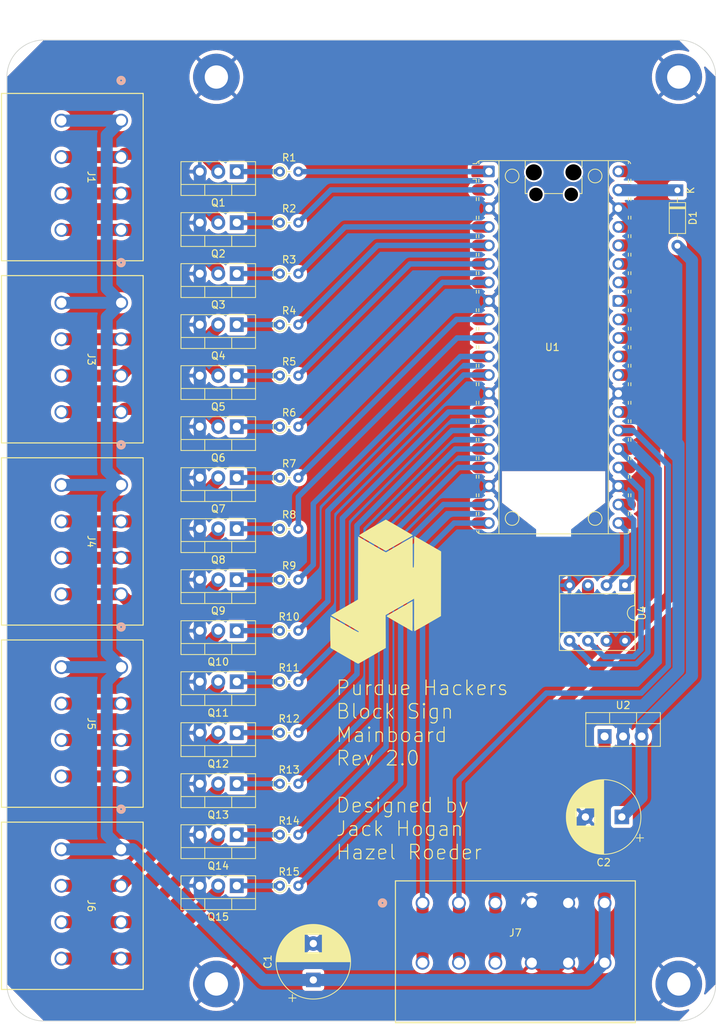
<source format=kicad_pcb>
(kicad_pcb (version 20240108) (generator "pcbnew") (generator_version "8.0")
  (layers (0 "F.Cu" signal) (31 "B.Cu" signal) (34 "B.Paste" user) (35 "F.Paste" user) (36 "B.SilkS" user "B.Silkscreen") (37 "F.SilkS" user "F.Silkscreen") (38 "B.Mask" user) (39 "F.Mask" user) (44 "Edge.Cuts" user))
  (net 0 "")
  (net 1 "GND")
  (net 9 "Net-(Q1-G)")
  (net 10 "Net-(Q2-G)")
  (net 11 "Net-(Q3-G)")
  (net 12 "Net-(Q4-G)")
  (net 13 "Net-(Q5-G)")
  (net 14 "Net-(Q6-G)")
  (net 15 "Net-(Q7-G)")
  (net 16 "Net-(Q8-G)")
  (net 17 "Net-(Q9-G)")
  (net 18 "Net-(Q10-G)")
  (net 19 "Net-(Q11-G)")
  (net 20 "Net-(Q12-G)")
  (net 21 "Net-(Q13-G)")
  (net 22 "Net-(Q14-G)")
  (net 23 "Net-(Q15-G)")
  (net 26 "Net-(D1-A)")
  (net 28 "+12V")
  (net 29 "LED_CENTER_B_GND")
  (net 30 "LED_CENTER_R_GND")
  (net 31 "LED_CENTER_G_GND")
  (net 32 "LED_BOTTOM_LEFT_B_GND")
  (net 33 "LED_BOTTOM_LEFT_R_GND")
  (net 34 "LED_BOTTOM_LEFT_G_GND")
  (net 35 "LED_BOTTOM_RIGHT_B_GND")
  (net 36 "LED_BOTTOM_RIGHT_R_GND")
  (net 37 "LED_BOTTOM_RIGHT_G_GND")
  (net 38 "LED_RIGHT_B_GND")
  (net 39 "LED_RIGHT_R_GND")
  (net 40 "LED_RIGHT_G_GND")
  (net 41 "LED_TOP_B_GND")
  (net 42 "LED_TOP_R_GND")
  (net 43 "LED_TOP_G_GND")
  (net 44 "BUTTON_LED")
  (net 45 "BUTTON_SWITCH")
  (net 46 "+3.3V")
  (net 47 "LED_CENTER_R_SIG")
  (net 48 "LED_CENTER_G_SIG")
  (net 49 "LED_CENTER_B_SIG")
  (net 50 "LED_BOTTOM_LEFT_R_SIG")
  (net 51 "LED_BOTTOM_LEFT_G_SIG")
  (net 52 "LED_BOTTOM_LEFT_B_SIG")
  (net 53 "LED_BOTTOM_RIGHT_R_SIG")
  (net 54 "LED_BOTTOM_RIGHT_G_SIG")
  (net 55 "LED_BOTTOM_RIGHT_B_SIG")
  (net 56 "LED_RIGHT_R_SIG")
  (net 57 "LED_RIGHT_G_SIG")
  (net 58 "LED_RIGHT_B_SIG")
  (net 59 "LED_TOP_R_SIG")
  (net 60 "LED_TOP_G_SIG")
  (net 61 "LED_TOP_B_SIG")
  (net 62 "EEPROM_MISO")
  (net 63 "EEPROM_CS")
  (net 64 "EEPROM_SCK")
  (net 65 "EEPROM_MOSI")
  (net 66 "RP2040_VSYS")
  (footprint "Resistor_THT:R_Axial_DIN0204_L3.6mm_D1.6mm_P2.54mm_Vertical" (layer "F.Cu") (at 90 46.000001)
    (property "Reference" "R1")
    (property "Value" "R")
  )
  (footprint "Package_TO_SOT_THT:TO-220-3_Vertical" (layer "F.Cu") (at 84.08 88.000001 180)
    (property "Reference" "Q7")
    (property "Value" "Q_NMOS_GDS")
  )
  (footprint "Package_TO_SOT_THT:TO-220-3_Vertical" (layer "F.Cu") (at 84.08 116.000001 180)
    (property "Reference" "Q11")
    (property "Value" "Q_NMOS_GDS")
  )
  (footprint "Resistor_THT:R_Axial_DIN0204_L3.6mm_D1.6mm_P2.54mm_Vertical" (layer "F.Cu") (at 90 67.000001)
    (property "Reference" "R4")
    (property "Value" "R")
  )
  (footprint "Package_TO_SOT_THT:TO-220-3_Vertical" (layer "F.Cu") (at 84.08 53.000001 180)
    (property "Reference" "Q2")
    (property "Value" "Q_NMOS_GDS")
  )
  (footprint "Package_TO_SOT_THT:TO-220-3_Vertical" (layer "F.Cu") (at 84.08 95.000001 180)
    (property "Reference" "Q8")
    (property "Value" "Q_NMOS_GDS")
  )
  (footprint "Package_TO_SOT_THT:TO-220-3_Vertical" (layer "F.Cu") (at 84.08 102.000001 180)
    (property "Reference" "Q9")
    (property "Value" "Q_NMOS_GDS")
  )
  (footprint "Diode_THT:D_DO-35_SOD27_P7.62mm_Horizontal" (layer "F.Cu") (at 144.592102 48.56 -90)
    (property "Reference" "D1")
    (property "Value" "D_Schottky")
  )
  (footprint "Package_TO_SOT_THT:TO-220-3_Vertical" (layer "F.Cu") (at 84.08 74.000001 180)
    (property "Reference" "Q5")
    (property "Value" "Q_NMOS_GDS")
  )
  (footprint "Resistor_THT:R_Axial_DIN0204_L3.6mm_D1.6mm_P2.54mm_Vertical" (layer "F.Cu") (at 90 137.000001)
    (property "Reference" "R14")
    (property "Value" "R")
  )
  (footprint "Local Footprints:CONN_2604-1104_WAG" (layer "F.Cu") (at 68.199999 89 -90)
    (property "Reference" "J4")
    (property "Value" "2604-1104")
  )
  (footprint "" (layer "F.Cu") (at 81.28 33.02)
    (property "Reference" "")
    (property "Value" "")
  )
  (footprint "Resistor_THT:R_Axial_DIN0204_L3.6mm_D1.6mm_P2.54mm_Vertical" (layer "F.Cu") (at 90 60.000001)
    (property "Reference" "R3")
    (property "Value" "R")
  )
  (footprint "" (layer "F.Cu") (at 144.780001 157.480002)
    (property "Reference" "")
    (property "Value" "")
  )
  (footprint "Capacitor_THT:CP_Radial_D10.0mm_P5.00mm" (layer "F.Cu") (at 136.959779 134.56 180)
    (property "Reference" "C2")
    (property "Value" "C_Polarized")
  )
  (footprint "Resistor_THT:R_Axial_DIN0204_L3.6mm_D1.6mm_P2.54mm_Vertical" (layer "F.Cu") (at 90 130.000001)
    (property "Reference" "R13")
    (property "Value" "R")
  )
  (footprint "Package_TO_SOT_THT:TO-220-3_Vertical" (layer "F.Cu") (at 84.08 130.000001 180)
    (property "Reference" "Q13")
    (property "Value" "Q_NMOS_GDS")
  )
  (footprint "Local Footprints:CONN_2604-1104_WAG" (layer "F.Cu") (at 68.199999 39 -90)
    (property "Reference" "J1")
    (property "Value" "2604-1104")
  )
  (footprint "Package_TO_SOT_THT:TO-220-3_Vertical" (layer "F.Cu") (at 84.08 60.000001 180)
    (property "Reference" "Q3")
    (property "Value" "Q_NMOS_GDS")
  )
  (footprint "Resistor_THT:R_Axial_DIN0204_L3.6mm_D1.6mm_P2.54mm_Vertical" (layer "F.Cu") (at 90 102.000001)
    (property "Reference" "R9")
    (property "Value" "R")
  )
  (footprint "Package_TO_SOT_THT:TO-220-3_Vertical" (layer "F.Cu") (at 84.08 46.000001 180)
    (property "Reference" "Q1")
    (property "Value" "Q_NMOS_GDS")
  )
  (footprint "Package_TO_SOT_THT:TO-220-3_Vertical" (layer "F.Cu") (at 84.08 109.000001 180)
    (property "Reference" "Q10")
    (property "Value" "Q_NMOS_GDS")
  )
  (footprint "MountingHole:MountingHole_3.2mm_M3_Pad" (layer "F.Cu") (at 81.28 157.48)
    (property "Reference" "REF**" (hide yes))
    (property "Value" "MountingHole_3.2mm_M3_Pad" (hide yes))
  )
  (footprint "Package_TO_SOT_THT:TO-220-3_Vertical" (layer "F.Cu") (at 84.08 123.000001 180)
    (property "Reference" "Q12")
    (property "Value" "Q_NMOS_GDS")
  )
  (footprint "" (layer "F.Cu") (at 144.78 33.02)
    (property "Reference" "")
    (property "Value" "")
  )
  (footprint "Package_TO_SOT_THT:TO-220-3_Vertical" (layer "F.Cu") (at 84.08 144.000001 180)
    (property "Reference" "Q15")
    (property "Value" "Q_NMOS_GDS")
  )
  (footprint "Local Footprints:CONN_2604-1104_WAG" (layer "F.Cu") (at 68.199999 139.000001 -90)
    (property "Reference" "J6")
    (property "Value" "2604-1104")
  )
  (footprint "Resistor_THT:R_Axial_DIN0204_L3.6mm_D1.6mm_P2.54mm_Vertical" (layer "F.Cu") (at 90 88.000001)
    (property "Reference" "R7")
    (property "Value" "R")
  )
  (footprint "Capacitor_THT:CP_Radial_D10.0mm_P5.00mm" (layer "F.Cu") (at 94.592102 156.927677 90)
    (property "Reference" "C1")
    (property "Value" "C_Polarized")
  )
  (footprint "Package_TO_SOT_THT:TO-220-3_Vertical" (layer "F.Cu") (at 84.08 81.000001 180)
    (property "Reference" "Q6")
    (property "Value" "Q_NMOS_GDS")
  )
  (footprint "Module_RaspberryPi_Pico:RaspberryPi_Pico_Common" (layer "F.Cu") (at 127.592102 70.0975)
    (property "Reference" "U1")
    (property "Value" "RaspberryPi_Pico_W")
  )
  (footprint "Resistor_THT:R_Axial_DIN0204_L3.6mm_D1.6mm_P2.54mm_Vertical" (layer "F.Cu") (at 90 144.000001)
    (property "Reference" "R15")
    (property "Value" "R")
  )
  (footprint "Package_TO_SOT_THT:TO-220-3_Vertical" (layer "F.Cu") (at 84.08 67.000001 180)
    (property "Reference" "Q4")
    (property "Value" "Q_NMOS_GDS")
  )
  (footprint "Package_DIP:DIP-8_W7.62mm_Socket" (layer "F.Cu") (at 137.392102 102.76 -90)
    (property "Reference" "U4")
    (property "Value" "25LCxxx")
  )
  (footprint "Resistor_THT:R_Axial_DIN0204_L3.6mm_D1.6mm_P2.54mm_Vertical" (layer "F.Cu") (at 90 116.000001)
    (property "Reference" "R11")
    (property "Value" "R")
  )
  (footprint "Resistor_THT:R_Axial_DIN0204_L3.6mm_D1.6mm_P2.54mm_Vertical" (layer "F.Cu") (at 90 53.000001)
    (property "Reference" "R2")
    (property "Value" "R")
  )
  (footprint "Resistor_THT:R_Axial_DIN0204_L3.6mm_D1.6mm_P2.54mm_Vertical" (layer "F.Cu") (at 90 74.000001)
    (property "Reference" "R5")
    (property "Value" "R")
  )
  (footprint "Local Footprints:CONN_2604-1106_WAG" (layer "F.Cu") (at 109.592102 146.360001)
    (property "Reference" "J7")
    (property "Value" "2604-1106")
  )
  (footprint "LOGO" (layer "F.Cu") (at 104.592102 103.56)
    (property "Reference" "G***" (hide yes))
    (property "Value" "LOGO" (hide yes))
  )
  (footprint "Resistor_THT:R_Axial_DIN0204_L3.6mm_D1.6mm_P2.54mm_Vertical" (layer "F.Cu") (at 90 81.000001)
    (property "Reference" "R6")
    (property "Value" "R")
  )
  (footprint "Local Footprints:CONN_2604-1104_WAG" (layer "F.Cu") (at 68.199999 114 -90)
    (property "Reference" "J5")
    (property "Value" "2604-1104")
  )
  (footprint "Resistor_THT:R_Axial_DIN0204_L3.6mm_D1.6mm_P2.54mm_Vertical" (layer "F.Cu") (at 90 95.000001)
    (property "Reference" "R8")
    (property "Value" "R")
  )
  (footprint "Local Footprints:CONN_2604-1104_WAG" (layer "F.Cu") (at 68.199999 64 -90)
    (property "Reference" "J3")
    (property "Value" "2604-1104")
  )
  (footprint "Resistor_THT:R_Axial_DIN0204_L3.6mm_D1.6mm_P2.54mm_Vertical" (layer "F.Cu") (at 90 123.000001)
    (property "Reference" "R12")
    (property "Value" "R")
  )
  (footprint "Package_TO_SOT_THT:TO-220-3_Vertical" (layer "F.Cu") (at 134.592102 123.505)
    (property "Reference" "U2")
    (property "Value" "L7805")
  )
  (footprint "Resistor_THT:R_Axial_DIN0204_L3.6mm_D1.6mm_P2.54mm_Vertical" (layer "F.Cu") (at 90 109.000001)
    (property "Reference" "R10")
    (property "Value" "R")
  )
  (footprint "Package_TO_SOT_THT:TO-220-3_Vertical" (layer "F.Cu") (at 84.08 137.000001 180)
    (property "Reference" "Q14")
    (property "Value" "Q_NMOS_GDS")
  )
  (gr_line (start 52.512103 157.480001) (end 52.512102 33.019998) (stroke (width 0.1)) (layer "Edge.Cuts"))
  (gr_line (start 57.592102 27.939998) (end 144.780002 27.939998) (stroke (width 0.1)) (layer "Edge.Cuts"))
  (gr_arc (start 144.780002 27.939998) (mid 148.372104 29.427896) (end 149.860002 33.019998) (stroke (width 0.1)) (layer "Edge.Cuts"))
  (gr_arc (start 52.512102 33.019998) (mid 54 29.427896) (end 57.592102 27.939998) (stroke (width 0.1)) (layer "Edge.Cuts"))
  (gr_line (start 144.78 162.56) (end 57.592102 162.56) (stroke (width 0.1)) (layer "Edge.Cuts"))
  (gr_arc (start 57.592102 162.56) (mid 54 161.072103) (end 52.512103 157.480001) (stroke (width 0.1)) (layer "Edge.Cuts"))
  (gr_arc (start 149.859999 157.480001) (mid 148.372102 161.072103) (end 144.78 162.56) (stroke (width 0.1)) (layer "Edge.Cuts"))
  (gr_line (start 149.860002 157.479998) (end 149.860002 33.019998) (stroke (width 0.1)) (layer "Edge.Cuts"))
  (gr_text "Purdue Hackers\nBlock Sign\nMainboard\nRev 2.0\n\nDesigned by\nJack Hogan\nHazel Roeder" (at 97.592102 140.56 0) (layer "F.SilkS") (effects (font (size 2 2)) (justify left bottom)))
  (segment (start 118.702102 89.1475) (end 117.060454 89.1475) (width 1.651) (layer "F.Cu") (net 1))
  (segment (start 115.276602 61.963648) (end 115.276602 52.831352) (width 1.651) (layer "F.Cu") (net 1))
  (segment (start 139.907602 87.363648) (end 139.907602 77.8755) (width 1.651) (layer "F.Cu") (net 1))
  (segment (start 116.704602 76.4475) (end 118.702102 76.4475) (width 1.651) (layer "F.Cu") (net 1))
  (segment (start 115.276602 87.363648) (end 115.276602 77.8755) (width 1.651) (layer "F.Cu") (net 1))
  (segment (start 138.479602 76.4475) (end 136.482102 76.4475) (width 1.651) (layer "F.Cu") (net 1))
  (segment (start 117.060454 89.1475) (end 115.276602 87.363648) (width 1.651) (layer "F.Cu") (net 1))
  (segment (start 123.052954 102.76) (end 115.276602 94.983648) (width 1.651) (layer "F.Cu") (net 1))
  (segment (start 115.276602 74.663648) (end 115.276602 65.531352) (width 1.651) (layer "F.Cu") (net 1))
  (segment (start 116.689102 89.1475) (end 118.702102 89.1475) (width 1.651) (layer "F.Cu") (net 1))
  (segment (start 138.12375 89.1475) (end 139.907602 87.363648) (width 1.651) (layer "F.Cu") (net 1))
  (segment (start 129.772102 102.76) (end 123.052954 102.76) (width 1.651) (layer "F.Cu") (net 1))
  (segment (start 118.702102 76.4475) (end 117.060454 76.4475) (width 1.651) (layer "F.Cu") (net 1))
  (segment (start 115.276602 94.983648) (end 115.276602 90.56) (width 1.651) (layer "F.Cu") (net 1))
  (segment (start 117.060454 76.4475) (end 115.276602 74.663648) (width 1.651) (layer "F.Cu") (net 1))
  (segment (start 117.060454 51.0475) (end 118.702102 51.0475) (width 1.651) (layer "F.Cu") (net 1))
  (segment (start 139.907602 77.8755) (end 138.479602 76.4475) (width 1.651) (layer "F.Cu") (net 1))
  (segment (start 115.276602 52.831352) (end 117.060454 51.0475) (width 1.651) (layer "F.Cu") (net 1))
  (segment (start 115.276602 77.8755) (end 116.704602 76.4475) (width 1.651) (layer "F.Cu") (net 1))
  (segment (start 118.702102 63.7475) (end 117.060454 63.7475) (width 1.651) (layer "F.Cu") (net 1))
  (segment (start 136.482102 89.1475) (end 138.12375 89.1475) (width 1.651) (layer "F.Cu") (net 1))
  (segment (start 138.12375 89.1475) (end 139.907602 90.931352) (width 1.651) (layer "F.Cu") (net 1))
  (segment (start 115.276602 90.56) (end 116.689102 89.1475) (width 1.651) (layer "F.Cu") (net 1))
  (segment (start 139.907602 90.931352) (end 139.907602 95.122853) (width 1.651) (layer "F.Cu") (net 1))
  (segment (start 134.121455 100.909) (end 131.545393 100.909) (width 1.651) (layer "F.Cu") (net 1))
  (segment (start 117.060454 63.7475) (end 115.276602 61.963648) (width 1.651) (layer "F.Cu") (net 1))
  (segment (start 115.276602 65.531352) (end 117.060454 63.7475) (width 1.651) (layer "F.Cu") (net 1))
  (segment (start 139.907602 95.122853) (end 134.121455 100.909) (width 1.651) (layer "F.Cu") (net 1))
  (segment (start 129.772102 102.682291) (end 129.772102 102.76) (width 1.651) (layer "F.Cu") (net 1))
  (segment (start 131.545393 100.909) (end 129.772102 102.682291) (width 1.651) (layer "F.Cu") (net 1))
  (segment (start 137.132102 122.02) (end 144.741102 114.411) (width 1.651) (layer "B.Cu") (net 1))
  (segment (start 136.523749 51.0475) (end 136.482102 51.0475) (width 1.651) (layer "B.Cu") (net 1))
  (segment (start 124.592103 146.360001) (end 124.592103 154.56) (width 1.651) (layer "B.Cu") (net 1))
  (segment (start 94.592102 151.927677) (end 85.665727 151.927677) (width 1.651) (layer "B.Cu") (net 1))
  (segment (start 137.132102 129.387677) (end 131.959779 134.56) (width 1.651) (layer "B.Cu") (net 1))
  (segment (start 79 145.26195) (end 79 144.000001) (width 1.651) (layer "B.Cu") (net 1))
  (segment (start 129.592103 136.927676) (end 131.959779 134.56) (width 1.651) (layer "B.Cu") (net 1))
  (segment (start 139.592102 74.56) (end 139.592102 54.115853) (width 1.651) (layer "B.Cu") (net 1))
  (segment (start 124.592103 154.56) (end 129.592103 154.56) (width 1.651) (layer "B.Cu") (net 1))
  (segment (start 129.592103 146.360001) (end 124.592103 146.360001) (width 1.651) (layer "B.Cu") (net 1))
  (segment (start 144.741102 83.484) (end 137.704602 76.4475) (width 1.651) (layer "B.Cu") (net 1))
  (segment (start 137.704602 76.4475) (end 136.482102 76.4475) (width 1.651) (layer "B.Cu") (net 1))
  (segment (start 94.592102 151.927677) (end 119.024427 151.927677) (width 1.651) (layer "B.Cu") (net 1))
  (segment (start 79 46.000001) (end 79 144.000001) (width 1.651) (layer "B.Cu") (net 1))
  (segment (start 137.132102 129.387677) (end 137.132102 123.505) (width 1.651) (layer "B.Cu") (net 1))
  (segment (start 137.704602 76.4475) (end 139.592102 74.56) (width 1.651) (layer "B.Cu") (net 1))
  (segment (start 119.024427 151.927677) (end 124.592103 146.360001) (width 1.651) (layer "B.Cu") (net 1))
  (segment (start 137.132102 123.505) (end 137.132102 122.02) (width 1.651) (layer "B.Cu") (net 1))
  (segment (start 144.741102 114.411) (end 144.741102 83.484) (width 1.651) (layer "B.Cu") (net 1))
  (segment (start 85.665727 151.927677) (end 79 145.26195) (width 1.651) (layer "B.Cu") (net 1))
  (segment (start 139.592102 54.115853) (end 136.523749 51.0475) (width 1.651) (layer "B.Cu") (net 1))
  (segment (start 129.592103 146.360001) (end 129.592103 136.927676) (width 1.651) (layer "B.Cu") (net 1))
  (segment (start 129.592103 154.56) (end 129.592103 146.360001) (width 1.651) (layer "B.Cu") (net 1))
  (segment (start 84.08 46.000001) (end 90 46.000001) (width 0.75) (layer "B.Cu") (net 9))
  (segment (start 84.08 53.000001) (end 90 53.000001) (width 0.75) (layer "B.Cu") (net 10))
  (segment (start 84.08 60.000001) (end 90 60.000001) (width 0.75) (layer "B.Cu") (net 11))
  (segment (start 84.08 67.000001) (end 90 67.000001) (width 0.75) (layer "B.Cu") (net 12))
  (segment (start 84.08 74.000001) (end 90 74.000001) (width 0.75) (layer "B.Cu") (net 13))
  (segment (start 84.08 81.000001) (end 90 81.000001) (width 0.75) (layer "B.Cu") (net 14))
  (segment (start 84.08 88.000001) (end 90 88.000001) (width 0.75) (layer "B.Cu") (net 15))
  (segment (start 84.08 95.000001) (end 90 95.000001) (width 0.75) (layer "B.Cu") (net 16))
  (segment (start 84.08 102.000001) (end 90 102.000001) (width 0.75) (layer "B.Cu") (net 17))
  (segment (start 84.08 109.000001) (end 90 109.000001) (width 0.75) (layer "B.Cu") (net 18))
  (segment (start 84.08 116.000001) (end 90 116.000001) (width 0.75) (layer "B.Cu") (net 19))
  (segment (start 84.08 123.000001) (end 90 123.000001) (width 0.75) (layer "B.Cu") (net 20))
  (segment (start 84.08 130.000001) (end 90 130.000001) (width 0.75) (layer "B.Cu") (net 21))
  (segment (start 84.08 137.000001) (end 90 137.000001) (width 0.75) (layer "B.Cu") (net 22))
  (segment (start 84.08 144.000001) (end 90 144.000001) (width 0.75) (layer "B.Cu") (net 23))
  (segment (start 136.959779 134.56) (end 139.672102 131.847677) (width 1.651) (layer "B.Cu") (net 26))
  (segment (start 146.592102 58.18) (end 146.592102 115.17771) (width 1.651) (layer "B.Cu") (net 26))
  (segment (start 139.672102 131.847677) (end 139.672102 123.505) (width 1.651) (layer "B.Cu") (net 26))
  (segment (start 144.592102 56.18) (end 146.592102 58.18) (width 1.651) (layer "B.Cu") (net 26))
  (segment (start 146.592102 115.17771) (end 139.672102 122.09771) (width 1.651) (layer "B.Cu") (net 26))
  (segment (start 139.672102 122.09771) (end 139.672102 123.505) (width 1.651) (layer "B.Cu") (net 26))
  (segment (start 134.592103 146.360001) (end 134.592102 123.505) (width 1.651) (layer "F.Cu") (net 28))
  (segment (start 66.221999 112.022) (end 68.199999 114) (width 1.651) (layer "B.Cu") (net 28))
  (segment (start 134.592103 146.360001) (end 134.592103 154.56) (width 1.651) (layer "B.Cu") (net 28))
  (segment (start 66.221999 87.022) (end 68.199999 89) (width 1.651) (layer "B.Cu") (net 28))
  (segment (start 68.199999 114) (end 60 114) (width 1.651) (layer "B.Cu") (net 28))
  (segment (start 68.199999 39) (end 60 39) (width 1.651) (layer "B.Cu") (net 28))
  (segment (start 68.199999 89) (end 66.221999 90.978) (width 1.651) (layer "B.Cu") (net 28))
  (segment (start 68.199999 114) (end 66.221999 115.978) (width 1.651) (layer "B.Cu") (net 28))
  (segment (start 66.221999 62.022) (end 68.199999 64) (width 1.651) (layer "B.Cu") (net 28))
  (segment (start 68.199999 139.000001) (end 60 139.000001) (width 1.651) (layer "B.Cu") (net 28))
  (segment (start 69.800001 139.000001) (end 87.727677 156.927677) (width 1.651) (layer "B.Cu") (net 28))
  (segment (start 68.199999 64) (end 66.221999 65.978) (width 1.651) (layer "B.Cu") (net 28))
  (segment (start 66.221999 115.978) (end 66.221999 137.022001) (width 1.651) (layer "B.Cu") (net 28))
  (segment (start 66.221999 90.978) (end 66.221999 112.022) (width 1.651) (layer "B.Cu") (net 28))
  (segment (start 68.199999 139.000001) (end 69.800001 139.000001) (width 1.651) (layer "B.Cu") (net 28))
  (segment (start 94.592102 156.927677) (end 132.224426 156.927677) (width 1.651) (layer "B.Cu") (net 28))
  (segment (start 68.199999 39) (end 66.221999 40.978) (width 1.651) (layer "B.Cu") (net 28))
  (segment (start 87.727677 156.927677) (end 94.592102 156.927677) (width 1.651) (layer "B.Cu") (net 28))
  (segment (start 66.221999 65.978) (end 66.221999 87.022) (width 1.651) (layer "B.Cu") (net 28))
  (segment (start 68.199999 89) (end 60 89) (width 1.651) (layer "B.Cu") (net 28))
  (segment (start 132.224426 156.927677) (end 134.592103 154.56) (width 1.651) (layer "B.Cu") (net 28))
  (segment (start 68.199999 64) (end 60 64) (width 1.651) (layer "B.Cu") (net 28))
  (segment (start 66.221999 137.022001) (end 68.199999 139.000001) (width 1.651) (layer "B.Cu") (net 28))
  (segment (start 66.221999 40.978) (end 66.221999 62.022) (width 1.651) (layer "B.Cu") (net 28))
  (segment (start 68.639999 43.56) (end 68.199999 44) (width 1.651) (layer "F.Cu") (net 29))
  (segment (start 81.54 45.695187) (end 79.404813 43.56) (width 1.651) (layer "F.Cu") (net 29))
  (segment (start 79.404813 43.56) (end 68.639999 43.56) (width 1.651) (layer "F.Cu") (net 29))
  (segment (start 68.199999 44) (end 60 44) (width 1.651) (layer "F.Cu") (net 29))
  (segment (start 81.54 46.000001) (end 81.54 45.695187) (width 1.651) (layer "F.Cu") (net 29))
  (segment (start 77.844813 49) (end 68.199999 49) (width 1.651) (layer "F.Cu") (net 30))
  (segment (start 81.54 52.695187) (end 77.844813 49) (width 1.651) (layer "F.Cu") (net 30))
  (segment (start 60 49) (end 68.199999 49) (width 1.651) (layer "F.Cu") (net 30))
  (segment (start 81.54 53.000001) (end 81.54 52.695187) (width 1.651) (layer "F.Cu") (net 30))
  (segment (start 81.54 60.000001) (end 81.54 59.507898) (width 1.651) (layer "F.Cu") (net 31))
  (segment (start 68.199999 54.000001) (end 60 54.000001) (width 1.651) (layer "F.Cu") (net 31))
  (segment (start 76.032103 54.000001) (end 68.199999 54.000001) (width 1.651) (layer "F.Cu") (net 31))
  (segment (start 81.54 59.507898) (end 76.032103 54.000001) (width 1.651) (layer "F.Cu") (net 31))
  (segment (start 60 69) (end 68.199999 69) (width 1.651) (layer "F.Cu") (net 32))
  (segment (start 68.2255 69.025501) (end 68.199999 69) (width 1.651) (layer "F.Cu") (net 32))
  (segment (start 81.54 67.000001) (end 81.54 67.304815) (width 1.651) (layer "F.Cu") (net 32))
  (segment (start 79.819314 69.025501) (end 68.2255 69.025501) (width 1.651) (layer "F.Cu") (net 32))
  (segment (start 81.54 67.304815) (end 79.819314 69.025501) (width 1.651) (layer "F.Cu") (net 32))
  (segment (start 81.54 73.695187) (end 79.404813 71.56) (width 1.651) (layer "F.Cu") (net 33))
  (segment (start 70.639999 71.56) (end 68.199999 74) (width 1.651) (layer "F.Cu") (net 33))
  (segment (start 79.404813 71.56) (end 70.639999 71.56) (width 1.651) (layer "F.Cu") (net 33))
  (segment (start 81.54 74.000001) (end 81.54 73.695187) (width 1.651) (layer "F.Cu") (net 33))
  (segment (start 68.199999 74) (end 60 74) (width 1.651) (layer "F.Cu") (net 33))
  (segment (start 79.592102 78.56) (end 68.64 78.56) (width 1.651) (layer "F.Cu") (net 34))
  (segment (start 68.199999 79.000001) (end 60 79.000001) (width 1.651) (layer "F.Cu") (net 34))
  (segment (start 68.64 78.56) (end 68.199999 79.000001) (width 1.651) (layer "F.Cu") (net 34))
  (segment (start 81.54 80.507898) (end 79.592102 78.56) (width 1.651) (layer "F.Cu") (net 34))
  (segment (start 81.54 81.000001) (end 81.54 80.507898) (width 1.651) (layer "F.Cu") (net 34))
  (segment (start 75.844815 94) (end 68.199999 94) (width 1.651) (layer "F.Cu") (net 35))
  (segment (start 81.54 88.000001) (end 81.54 88.304815) (width 1.651) (layer "F.Cu") (net 35))
  (segment (start 68.199999 94) (end 60 94) (width 1.651) (layer "F.Cu") (net 35))
  (segment (start 81.54 88.304815) (end 75.844815 94) (width 1.651) (layer "F.Cu") (net 35))
  (segment (start 78.152102 99) (end 68.199999 99) (width 1.651) (layer "F.Cu") (net 36))
  (segment (start 81.54 95.000001) (end 81.54 95.612102) (width 1.651) (layer "F.Cu") (net 36))
  (segment (start 68.199999 99) (end 60 99) (width 1.651) (layer "F.Cu") (net 36))
  (segment (start 81.54 95.612102) (end 78.152102 99) (width 1.651) (layer "F.Cu") (net 36))
  (segment (start 78.892314 104.952501) (end 69.152499 104.952501) (width 1.651) (layer "F.Cu") (net 37))
  (segment (start 69.152499 104.952501) (end 68.199999 104.000001) (width 1.651) (layer "F.Cu") (net 37))
  (segment (start 68.199999 104.000001) (end 60 104.000001) (width 1.651) (layer "F.Cu") (net 37))
  (segment (start 81.54 102.000001) (end 81.54 102.304815) (width 1.651) (layer "F.Cu") (net 37))
  (segment (start 81.54 102.304815) (end 78.892314 104.952501) (width 1.651) (layer "F.Cu") (net 37))
  (segment (start 71.844815 119) (end 68.199999 119) (width 1.651) (layer "F.Cu") (net 38))
  (segment (start 81.54 109.304815) (end 71.844815 119) (width 1.651) (layer "F.Cu") (net 38))
  (segment (start 81.54 109.000001) (end 81.54 109.304815) (width 1.651) (layer "F.Cu") (net 38))
  (segment (start 68.199999 119) (end 60 119) (width 1.651) (layer "F.Cu") (net 38))
  (segment (start 74.124051 124) (end 68.199999 124) (width 1.651) (layer "F.Cu") (net 39))
  (segment (start 68.199999 124) (end 60 124) (width 1.651) (layer "F.Cu") (net 39))
  (segment (start 81.54 116.000001) (end 81.54 116.584051) (width 1.651) (layer "F.Cu") (net 39))
  (segment (start 81.54 116.584051) (end 74.124051 124) (width 1.651) (layer "F.Cu") (net 39))
  (segment (start 81.54 123.304815) (end 81.54 123.000001) (width 1.651) (layer "F.Cu") (net 40))
  (segment (start 75.844814 129.000001) (end 81.54 123.304815) (width 1.651) (layer "F.Cu") (net 40))
  (segment (start 68.199999 129.000001) (end 75.844814 129.000001) (width 1.651) (layer "F.Cu") (net 40))
  (segment (start 68.199999 129.000001) (end 60 129.000001) (width 1.651) (layer "F.Cu") (net 40))
  (segment (start 81.54 130.66) (end 68.199999 144.000001) (width 1.651) (layer "F.Cu") (net 41))
  (segment (start 68.199999 144.000001) (end 60 144.000001) (width 1.651) (layer "F.Cu") (net 41))
  (segment (start 81.54 130.000001) (end 81.54 130.66) (width 1.651) (layer "F.Cu") (net 41))
  (segment (start 81.54 137.000001) (end 81.54 137.612102) (width 1.651) (layer "F.Cu") (net 42))
  (segment (start 81.54 137.612102) (end 70.152101 149.000001) (width 1.651) (layer "F.Cu") (net 42))
  (segment (start 68.199999 149.000001) (end 60 149.000001) (width 1.651) (layer "F.Cu") (net 42))
  (segment (start 70.152101 149.000001) (end 68.199999 149.000001) (width 1.651) (layer "F.Cu") (net 42))
  (segment (start 81.54 144.612102) (end 72.1521 154.000002) (width 1.651) (layer "F.Cu") (net 43))
  (segment (start 81.54 144.000001) (end 81.54 144.612102) (width 1.651) (layer "F.Cu") (net 43))
  (segment (start 68.199999 154.000002) (end 60 154.000002) (width 1.651) (layer "F.Cu") (net 43))
  (segment (start 72.1521 154.000002) (end 68.199999 154.000002) (width 1.651) (layer "F.Cu") (net 43))
  (segment (start 109.592102 154.56) (end 109.592102 146.360001) (width 1.651) (layer "F.Cu") (net 44))
  (segment (start 109.592102 98.56) (end 109.592102 146.360001) (width 0.75) (layer "B.Cu") (net 44))
  (segment (start 113.924602 94.2275) (end 109.592102 98.56) (width 0.75) (layer "B.Cu") (net 44))
  (segment (start 113.924602 94.2275) (end 118.702102 94.2275) (width 0.75) (layer "B.Cu") (net 44))
  (segment (start 114.592102 146.360001) (end 114.592102 154.56) (width 1.651) (layer "F.Cu") (net 45))
  (segment (start 126.592102 117.56) (end 114.592102 129.56) (width 0.75) (layer "B.Cu") (net 45))
  (segment (start 143.340602 113.830894) (end 139.611496 117.56) (width 0.75) (layer "B.Cu") (net 45))
  (segment (start 114.592102 129.56) (end 114.592102 146.360001) (width 0.75) (layer "B.Cu") (net 45))
  (segment (start 136.482102 81.5275) (end 138.559602 81.5275) (width 0.75) (layer "B.Cu") (net 45))
  (segment (start 143.340602 86.3085) (end 143.340602 113.830894) (width 0.75) (layer "B.Cu") (net 45))
  (segment (start 138.559602 81.5275) (end 143.340602 86.3085) (width 0.75) (layer "B.Cu") (net 45))
  (segment (start 139.611496 117.56) (end 126.592102 117.56) (width 0.75) (layer "B.Cu") (net 45))
  (segment (start 139.159602 56.1275) (end 136.482102 56.1275) (width 1.651) (layer "F.Cu") (net 46))
  (segment (start 119.592102 146.360001) (end 119.592102 128.18) (width 1.651) (layer "F.Cu") (net 46))
  (segment (start 132.312102 105.3) (end 137.392102 110.38) (width 1.651) (layer "F.Cu") (net 46))
  (segment (start 136.482102 56.1275) (end 137.486646 56.1275) (width 0.75) (layer "F.Cu") (net 46))
  (segment (start 143.592102 60.56) (end 139.159602 56.1275) (width 1.651) (layer "F.Cu") (net 46))
  (segment (start 137.392102 110.38) (end 143.592102 104.18) (width 1.651) (layer "F.Cu") (net 46))
  (segment (start 132.312102 102.76) (end 132.312102 105.3) (width 1.651) (layer "F.Cu") (net 46))
  (segment (start 137.392102 110.38) (end 134.852102 110.38) (width 1.651) (layer "F.Cu") (net 46))
  (segment (start 119.592102 154.56) (end 119.592102 146.360001) (width 1.651) (layer "F.Cu") (net 46))
  (segment (start 143.592102 104.18) (end 143.592102 60.56) (width 1.651) (layer "F.Cu") (net 46))
  (segment (start 119.592102 128.18) (end 137.392102 110.38) (width 1.651) (layer "F.Cu") (net 46))
  (segment (start 118.702102 45.9675) (end 118.669601 46.000001) (width 0.75) (layer "B.Cu") (net 47))
  (segment (start 118.669601 46.000001) (end 92.54 46.000001) (width 0.75) (layer "B.Cu") (net 47))
  (segment (start 97.032501 48.5075) (end 118.702102 48.5075) (width 0.75) (layer "B.Cu") (net 48))
  (segment (start 92.54 53.000001) (end 97.032501 48.5075) (width 0.75) (layer "B.Cu") (net 48))
  (segment (start 92.54 60.000001) (end 98.952501 53.5875) (width 0.75) (layer "B.Cu") (net 49))
  (segment (start 98.952501 53.5875) (end 118.702102 53.5875) (width 0.75) (layer "B.Cu") (net 49))
  (segment (start 103.412501 56.1275) (end 118.702102 56.1275) (width 0.75) (layer "B.Cu") (net 50))
  (segment (start 92.54 67.000001) (end 103.412501 56.1275) (width 0.75) (layer "B.Cu") (net 50))
  (segment (start 92.54 74.000001) (end 107.872501 58.6675) (width 0.75) (layer "B.Cu") (net 51))
  (segment (start 107.872501 58.6675) (end 118.702102 58.6675) (width 0.75) (layer "B.Cu") (net 51))
  (segment (start 112.332501 61.2075) (end 118.702102 61.2075) (width 0.75) (layer "B.Cu") (net 52))
  (segment (start 112.332501 61.2075) (end 92.54 81.000001) (width 0.75) (layer "B.Cu") (net 52))
  (segment (start 114.252501 66.2875) (end 92.54 88.000001) (width 0.75) (layer "B.Cu") (net 53))
  (segment (start 114.252501 66.2875) (end 118.702102 66.2875) (width 0.75) (layer "B.Cu") (net 53))
  (segment (start 114.324602 68.8275) (end 92.54 90.612102) (width 0.75) (layer "B.Cu") (net 54))
  (segment (start 114.324602 68.8275) (end 118.702102 68.8275) (width 0.75) (layer "B.Cu") (net 54))
  (segment (start 92.54 90.612102) (end 92.54 95.000001) (width 0.75) (layer "B.Cu") (net 54))
  (segment (start 94.592102 91.56) (end 94.592102 99.947899) (width 0.75) (layer "B.Cu") (net 55))
  (segment (start 114.784602 71.3675) (end 118.702102 71.3675) (width 0.75) (layer "B.Cu") (net 55))
  (segment (start 94.592102 99.947899) (end 92.54 102.000001) (width 0.75) (layer "B.Cu") (net 55))
  (segment (start 114.784602 71.3675) (end 94.592102 91.56) (width 0.75) (layer "B.Cu") (net 55))
  (segment (start 115.244602 73.9075) (end 118.702102 73.9075) (width 0.75) (layer "B.Cu") (net 56))
  (segment (start 96.592102 92.56) (end 115.244602 73.9075) (width 0.75) (layer "B.Cu") (net 56))
  (segment (start 92.54 109.000001) (end 96.592102 104.947899) (width 0.75) (layer "B.Cu") (net 56))
  (segment (start 96.592102 104.947899) (end 96.592102 92.56) (width 0.75) (layer "B.Cu") (net 56))
  (segment (start 98.592102 109.947899) (end 98.592102 93.56) (width 0.75) (layer "B.Cu") (net 57))
  (segment (start 98.592102 93.56) (end 113.164602 78.9875) (width 0.75) (layer "B.Cu") (net 57))
  (segment (start 113.164602 78.9875) (end 118.702102 78.9875) (width 0.75) (layer "B.Cu") (net 57))
  (segment (start 92.54 116.000001) (end 98.592102 109.947899) (width 0.75) (layer "B.Cu") (net 57))
  (segment (start 113.624602 81.5275) (end 118.702102 81.5275) (width 0.75) (layer "B.Cu") (net 58))
  (segment (start 92.54 123.000001) (end 100.592102 114.947899) (width 0.75) (layer "B.Cu") (net 58))
  (segment (start 100.592102 114.947899) (end 100.592102 94.56) (width 0.75) (layer "B.Cu") (net 58))
  (segment (start 100.592102 94.56) (end 113.624602 81.5275) (width 0.75) (layer "B.Cu") (net 58))
  (segment (start 114.084602 84.0675) (end 118.702102 84.0675) (width 0.75) (layer "B.Cu") (net 59))
  (segment (start 102.592102 119.947899) (end 102.592102 95.56) (width 0.75) (layer "B.Cu") (net 59))
  (segment (start 102.592102 95.56) (end 114.084602 84.0675) (width 0.75) (layer "B.Cu") (net 59))
  (segment (start 92.54 130.000001) (end 102.592102 119.947899) (width 0.75) (layer "B.Cu") (net 59))
  (segment (start 104.592102 124.947899) (end 104.592102 96.56) (width 0.75) (layer "B.Cu") (net 60))
  (segment (start 104.592102 96.56) (end 114.544602 86.6075) (width 0.75) (layer "B.Cu") (net 60))
  (segment (start 92.54 137.000001) (end 104.592102 124.947899) (width 0.75) (layer "B.Cu") (net 60))
  (segment (start 114.544602 86.6075) (end 118.702102 86.6075) (width 0.75) (layer "B.Cu") (net 60))
  (segment (start 92.54 144.000001) (end 106.592102 129.947899) (width 0.75) (layer "B.Cu") (net 61))
  (segment (start 106.592102 97.56) (end 112.464602 91.6875) (width 0.75) (layer "B.Cu") (net 61))
  (segment (start 106.592102 129.947899) (end 106.592102 97.56) (width 0.75) (layer "B.Cu") (net 61))
  (segment (start 112.464602 91.6875) (end 118.702102 91.6875) (width 0.75) (layer "B.Cu") (net 61))
  (segment (start 134.852102 102.76) (end 137.592102 100.02) (width 0.75) (layer "B.Cu") (net 62))
  (segment (start 137.592102 100.02) (end 137.592102 95.3375) (width 0.75) (layer "B.Cu") (net 62))
  (segment (start 137.592102 95.3375) (end 136.482102 94.2275) (width 0.75) (layer "B.Cu") (net 62))
  (segment (start 138.592102 93.7975) (end 136.482102 91.6875) (width 0.75) (layer "B.Cu") (net 63))
  (segment (start 138.592102 101.56) (end 138.592102 93.7975) (width 0.75) (layer "B.Cu") (net 63))
  (segment (start 137.392102 102.76) (end 138.592102 101.56) (width 0.75) (layer "B.Cu") (net 63))
  (segment (start 139.592102 89.7175) (end 136.482102 86.6075) (width 0.75) (layer "B.Cu") (net 64))
  (segment (start 134.492102 112.56) (end 138.592102 112.56) (width 0.75) (layer "B.Cu") (net 64))
  (segment (start 138.592102 112.56) (end 139.592102 111.56) (width 0.75) (layer "B.Cu") (net 64))
  (segment (start 132.312102 110.38) (end 134.492102 112.56) (width 0.75) (layer "B.Cu") (net 64))
  (segment (start 139.592102 111.56) (end 139.592102 89.7175) (width 0.75) (layer "B.Cu") (net 64))
  (segment (start 129.772102 110.38) (end 132.952102 113.56) (width 0.75) (layer "B.Cu") (net 65))
  (segment (start 140.542102 88.1275) (end 136.482102 84.0675) (width 0.75) (layer "B.Cu") (net 65))
  (segment (start 140.542102 111.953502) (end 140.542102 88.1275) (width 0.75) (layer "B.Cu") (net 65))
  (segment (start 138.935604 113.56) (end 140.542102 111.953502) (width 0.75) (layer "B.Cu") (net 65))
  (segment (start 132.952102 113.56) (end 138.935604 113.56) (width 0.75) (layer "B.Cu") (net 65))
  (segment (start 144.592102 48.56) (end 136.534602 48.56) (width 1.651) (layer "B.Cu") (net 66))
  (segment (start 136.534602 48.56) (end 136.482102 48.5075) (width 1.651) (layer "B.Cu") (net 66))
  (zone (net 1) (net_name "GND") (layers "F&B.Cu") (connect_pads (clearance 0.5)) (min_thickness 0.25) (fill yes (thermal_gap 0.5) (thermal_bridge_width 0.5))
    (polygon (pts (xy 52.512102 33.019998) (xy 57.592102 27.939998) (xy 144.780002 27.939998) (xy 149.860002 33.019998) (xy 149.859999 157.480001) (xy 144.78 162.56) (xy 57.592102 162.56) (xy 52.512103 157.480001)))
  )
)
</source>
